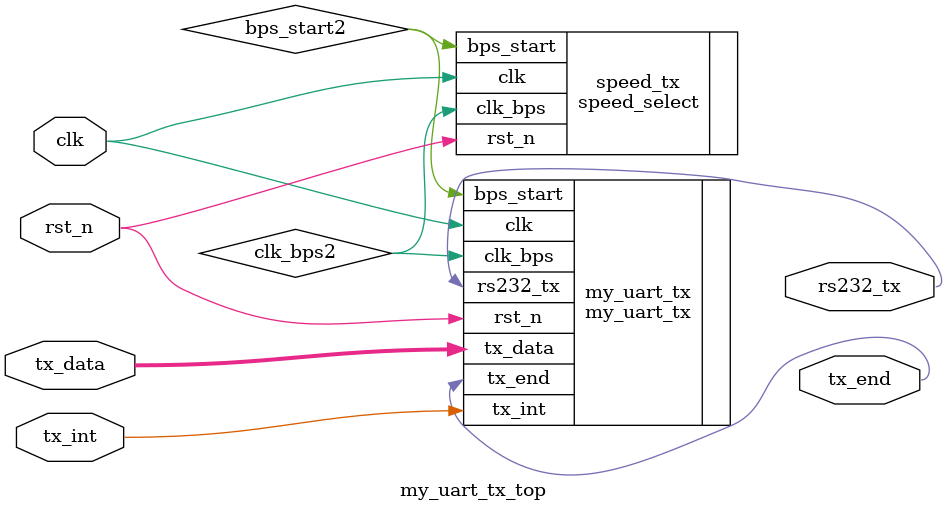
<source format=v>
module my_uart_tx_top(
				clk,rst_n,tx_data,tx_int,
				rs232_tx,tx_end
				);

input clk;			// 50MHz��ʱ��
input rst_n;		//�͵�ƽ��λ�ź�

input [7:0] tx_data;	//�������ݼĴ������ֱ����һ���������
input tx_int;
output rs232_tx;		// RS232���������ź�
output tx_end;
wire bps_start2;	//���յ����ݺ󣬲�����ʱ�������ź���λ
wire clk_bps2;		// clk_bps_r�ߵ�ƽΪ��������λ���м�������,ͬʱҲ��Ϊ�������ݵ����ݸı��� 

speed_select		speed_tx(	
							.clk(clk),	//������ѡ��ģ��
							.rst_n(rst_n),
							.bps_start(bps_start2),
							.clk_bps(clk_bps2)
						);

my_uart_tx			my_uart_tx(		
							.clk(clk),	//��������ģ��
							.rst_n(rst_n),
							.tx_data(tx_data),
							.tx_int(tx_int),
							.rs232_tx(rs232_tx),
							.clk_bps(clk_bps2),
							.bps_start(bps_start2),
							.tx_end(tx_end)
						);

endmodule
						
</source>
